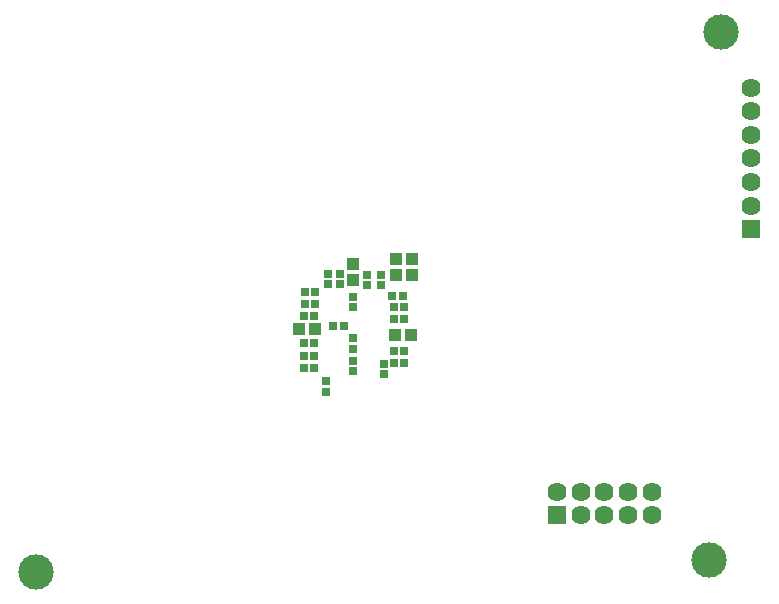
<source format=gbs>
G04*
G04 #@! TF.GenerationSoftware,Altium Limited,Altium Designer,23.7.1 (13)*
G04*
G04 Layer_Color=16711935*
%FSLAX44Y44*%
%MOMM*%
G71*
G04*
G04 #@! TF.SameCoordinates,D2E7A544-C627-4BF8-9092-2E35ECC9D328*
G04*
G04*
G04 #@! TF.FilePolarity,Negative*
G04*
G01*
G75*
%ADD47R,0.7200X0.7600*%
%ADD57R,1.1200X1.0200*%
%ADD62R,1.0200X1.1200*%
%ADD63C,3.0000*%
%ADD64R,0.7600X0.7200*%
%ADD68C,1.6200*%
%ADD69R,1.6200X1.6200*%
D47*
X555400Y413000D02*
D03*
X546600D02*
D03*
X571600Y448000D02*
D03*
X580400D02*
D03*
X621600Y474000D02*
D03*
X630400D02*
D03*
X622600Y454000D02*
D03*
X631400D02*
D03*
X555400Y434000D02*
D03*
X546600D02*
D03*
Y423000D02*
D03*
X555400D02*
D03*
Y457000D02*
D03*
X546600D02*
D03*
X631400Y464000D02*
D03*
X622600D02*
D03*
X631400Y427000D02*
D03*
X622600D02*
D03*
X631400Y417000D02*
D03*
X622600D02*
D03*
X556400Y477000D02*
D03*
X547600D02*
D03*
Y467000D02*
D03*
X556400D02*
D03*
D57*
X588500Y486750D02*
D03*
Y500250D02*
D03*
D62*
X542250Y446000D02*
D03*
X555750D02*
D03*
X624250Y505000D02*
D03*
X637750D02*
D03*
Y491000D02*
D03*
X624250D02*
D03*
X637000Y440500D02*
D03*
X623500D02*
D03*
D63*
X900000Y697500D02*
D03*
X890000Y250000D02*
D03*
X320000Y240000D02*
D03*
D64*
X614371Y407120D02*
D03*
Y415920D02*
D03*
X577000Y483600D02*
D03*
Y492400D02*
D03*
X567000D02*
D03*
Y483600D02*
D03*
X612000Y482600D02*
D03*
Y491400D02*
D03*
X600000D02*
D03*
Y482600D02*
D03*
X565000Y392600D02*
D03*
Y401400D02*
D03*
X588500Y464100D02*
D03*
Y472900D02*
D03*
Y410100D02*
D03*
Y418900D02*
D03*
Y437900D02*
D03*
Y429100D02*
D03*
D68*
X925000Y590000D02*
D03*
Y610000D02*
D03*
Y630000D02*
D03*
Y550000D02*
D03*
Y570000D02*
D03*
Y650000D02*
D03*
X761000Y308000D02*
D03*
X781000Y288000D02*
D03*
Y308000D02*
D03*
X801000Y288000D02*
D03*
Y308000D02*
D03*
X821000Y288000D02*
D03*
Y308000D02*
D03*
X841000Y288000D02*
D03*
Y308000D02*
D03*
D69*
X925000Y530000D02*
D03*
X761000Y288000D02*
D03*
M02*

</source>
